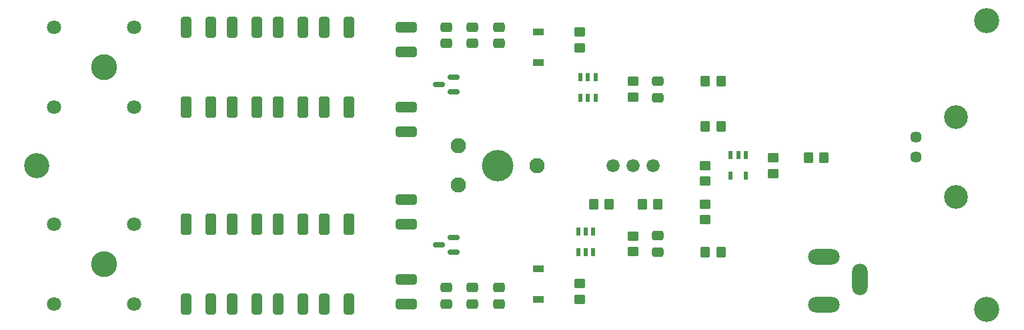
<source format=gbr>
%TF.GenerationSoftware,KiCad,Pcbnew,(7.0.0)*%
%TF.CreationDate,2023-07-09T18:50:50+02:00*%
%TF.ProjectId,Differential_Probe,44696666-6572-4656-9e74-69616c5f5072,rev?*%
%TF.SameCoordinates,Original*%
%TF.FileFunction,Soldermask,Top*%
%TF.FilePolarity,Negative*%
%FSLAX46Y46*%
G04 Gerber Fmt 4.6, Leading zero omitted, Abs format (unit mm)*
G04 Created by KiCad (PCBNEW (7.0.0)) date 2023-07-09 18:50:50*
%MOMM*%
%LPD*%
G01*
G04 APERTURE LIST*
G04 Aperture macros list*
%AMRoundRect*
0 Rectangle with rounded corners*
0 $1 Rounding radius*
0 $2 $3 $4 $5 $6 $7 $8 $9 X,Y pos of 4 corners*
0 Add a 4 corners polygon primitive as box body*
4,1,4,$2,$3,$4,$5,$6,$7,$8,$9,$2,$3,0*
0 Add four circle primitives for the rounded corners*
1,1,$1+$1,$2,$3*
1,1,$1+$1,$4,$5*
1,1,$1+$1,$6,$7*
1,1,$1+$1,$8,$9*
0 Add four rect primitives between the rounded corners*
20,1,$1+$1,$2,$3,$4,$5,0*
20,1,$1+$1,$4,$5,$6,$7,0*
20,1,$1+$1,$6,$7,$8,$9,0*
20,1,$1+$1,$8,$9,$2,$3,0*%
G04 Aperture macros list end*
%ADD10RoundRect,0.250000X-1.075000X0.400000X-1.075000X-0.400000X1.075000X-0.400000X1.075000X0.400000X0*%
%ADD11RoundRect,0.250000X-0.475000X0.337500X-0.475000X-0.337500X0.475000X-0.337500X0.475000X0.337500X0*%
%ADD12RoundRect,0.250000X-0.350000X-0.450000X0.350000X-0.450000X0.350000X0.450000X-0.350000X0.450000X0*%
%ADD13RoundRect,0.250000X-0.400000X-1.075000X0.400000X-1.075000X0.400000X1.075000X-0.400000X1.075000X0*%
%ADD14R,0.550000X1.050000*%
%ADD15O,4.000000X2.000000*%
%ADD16O,2.000000X4.000000*%
%ADD17RoundRect,0.250000X-0.412500X-1.100000X0.412500X-1.100000X0.412500X1.100000X-0.412500X1.100000X0*%
%ADD18RoundRect,0.250000X-0.450000X0.350000X-0.450000X-0.350000X0.450000X-0.350000X0.450000X0.350000X0*%
%ADD19C,4.000000*%
%ADD20C,1.950000*%
%ADD21C,3.200000*%
%ADD22RoundRect,0.150000X0.587500X0.150000X-0.587500X0.150000X-0.587500X-0.150000X0.587500X-0.150000X0*%
%ADD23R,1.400000X0.850000*%
%ADD24C,1.800000*%
%ADD25C,3.300000*%
%ADD26C,1.446000*%
%ADD27C,3.015000*%
%ADD28RoundRect,0.250000X0.350000X0.450000X-0.350000X0.450000X-0.350000X-0.450000X0.350000X-0.450000X0*%
%ADD29RoundRect,0.250000X0.450000X-0.350000X0.450000X0.350000X-0.450000X0.350000X-0.450000X-0.350000X0*%
%ADD30C,1.676400*%
G04 APERTURE END LIST*
D10*
%TO.C,R6*%
X151600000Y-82460000D03*
X151600000Y-85560000D03*
%TD*%
D11*
%TO.C,C10*%
X160000000Y-72300000D03*
X160000000Y-74375000D03*
%TD*%
D12*
%TO.C,R27*%
X202650000Y-88900000D03*
X204650000Y-88900000D03*
%TD*%
D13*
%TO.C,R12*%
X141200000Y-107502150D03*
X144300000Y-107502150D03*
%TD*%
D10*
%TO.C,R5*%
X151600000Y-72300000D03*
X151600000Y-75400000D03*
%TD*%
D14*
%TO.C,IC3*%
X194699999Y-88599999D03*
X193749999Y-88599999D03*
X192799999Y-88599999D03*
X192799999Y-91199999D03*
X194699999Y-91199999D03*
%TD*%
D11*
%TO.C,C12*%
X156700000Y-105427150D03*
X156700000Y-107502150D03*
%TD*%
D15*
%TO.C,J4*%
X204599999Y-101549999D03*
D16*
X209199999Y-104349999D03*
D15*
X204599999Y-107649999D03*
%TD*%
D14*
%TO.C,IC1*%
X175624999Y-78674999D03*
X174674999Y-78674999D03*
X173724999Y-78674999D03*
X173724999Y-81274999D03*
X174674999Y-81274999D03*
X175624999Y-81274999D03*
%TD*%
D13*
%TO.C,R2*%
X129533333Y-72300000D03*
X132633333Y-72300000D03*
%TD*%
D17*
%TO.C,C7*%
X135354166Y-97342150D03*
X138479166Y-97342150D03*
%TD*%
D18*
%TO.C,R18*%
X189550000Y-89900000D03*
X189550000Y-91900000D03*
%TD*%
%TO.C,R16*%
X180400000Y-98850000D03*
X180400000Y-100850000D03*
%TD*%
D19*
%TO.C,RV1*%
X163200000Y-89900000D03*
D20*
X158200000Y-87400000D03*
X168200000Y-89900000D03*
X158200000Y-92400000D03*
%TD*%
D21*
%TO.C,M3*%
X225300000Y-71425000D03*
%TD*%
D17*
%TO.C,C3*%
X135354166Y-82460000D03*
X138479166Y-82460000D03*
%TD*%
D11*
%TO.C,C9*%
X156700000Y-72300000D03*
X156700000Y-74375000D03*
%TD*%
%TO.C,C13*%
X160000000Y-105427150D03*
X160000000Y-107502150D03*
%TD*%
D22*
%TO.C,D2*%
X157637500Y-100950000D03*
X157637500Y-99050000D03*
X155762500Y-100000000D03*
%TD*%
D23*
%TO.C,C15*%
X168349999Y-72907499D03*
X168349999Y-76807499D03*
%TD*%
D13*
%TO.C,R9*%
X123700000Y-107502150D03*
X126800000Y-107502150D03*
%TD*%
D22*
%TO.C,D1*%
X157637500Y-80550000D03*
X157637500Y-78650000D03*
X155762500Y-79600000D03*
%TD*%
D24*
%TO.C,J2*%
X106890000Y-72300000D03*
X117050000Y-72300000D03*
X106890000Y-82460000D03*
X117050000Y-82460000D03*
D25*
X113250000Y-77380000D03*
%TD*%
D10*
%TO.C,R8*%
X151600000Y-104402150D03*
X151600000Y-107502150D03*
%TD*%
D24*
%TO.C,J3*%
X106890000Y-97342150D03*
X117050000Y-97342150D03*
X106890000Y-107502150D03*
X117050000Y-107502150D03*
D25*
X113250000Y-102422150D03*
%TD*%
D12*
%TO.C,R21*%
X189550000Y-79162500D03*
X191550000Y-79162500D03*
%TD*%
D26*
%TO.C,J1*%
X216300000Y-88800000D03*
X216300000Y-86260000D03*
D27*
X221380000Y-83720000D03*
X221380000Y-93880000D03*
%TD*%
D18*
%TO.C,R24*%
X198200000Y-88900000D03*
X198200000Y-90900000D03*
%TD*%
D17*
%TO.C,C8*%
X141175000Y-97342150D03*
X144300000Y-97342150D03*
%TD*%
D13*
%TO.C,R3*%
X135366666Y-72300000D03*
X138466666Y-72300000D03*
%TD*%
D21*
%TO.C,M3*%
X225300000Y-108225000D03*
%TD*%
D11*
%TO.C,C14*%
X163400000Y-105427150D03*
X163400000Y-107502150D03*
%TD*%
%TO.C,C11*%
X163400000Y-72300000D03*
X163400000Y-74375000D03*
%TD*%
D10*
%TO.C,R7*%
X151600000Y-94242150D03*
X151600000Y-97342150D03*
%TD*%
D11*
%TO.C,C17*%
X183550000Y-79162500D03*
X183550000Y-81237500D03*
%TD*%
%TO.C,C18*%
X183550000Y-98812500D03*
X183550000Y-100887500D03*
%TD*%
D23*
%TO.C,C16*%
X168349999Y-102994649D03*
X168349999Y-106894649D03*
%TD*%
D21*
%TO.C,M3*%
X104750000Y-89899999D03*
%TD*%
D28*
%TO.C,R23*%
X191550000Y-84950000D03*
X189550000Y-84950000D03*
%TD*%
D18*
%TO.C,R13*%
X173650000Y-72907500D03*
X173650000Y-74907500D03*
%TD*%
D28*
%TO.C,R22*%
X191550000Y-100887500D03*
X189550000Y-100887500D03*
%TD*%
D17*
%TO.C,C6*%
X129520833Y-97342150D03*
X132645833Y-97342150D03*
%TD*%
%TO.C,C5*%
X123687500Y-97342150D03*
X126812500Y-97342150D03*
%TD*%
D12*
%TO.C,R17*%
X175369500Y-94800000D03*
X177369500Y-94800000D03*
%TD*%
D29*
%TO.C,R14*%
X173650000Y-106894650D03*
X173650000Y-104894650D03*
%TD*%
D18*
%TO.C,R15*%
X180400000Y-79200000D03*
X180400000Y-81200000D03*
%TD*%
D13*
%TO.C,R10*%
X129533333Y-107502150D03*
X132633333Y-107502150D03*
%TD*%
D30*
%TO.C,S1*%
X182940000Y-89900000D03*
X180400000Y-89900000D03*
X177860000Y-89900000D03*
%TD*%
D17*
%TO.C,C1*%
X123687500Y-82460000D03*
X126812500Y-82460000D03*
%TD*%
%TO.C,C4*%
X141175000Y-82460000D03*
X144300000Y-82460000D03*
%TD*%
D13*
%TO.C,R4*%
X141200000Y-72300000D03*
X144300000Y-72300000D03*
%TD*%
D18*
%TO.C,R19*%
X189550000Y-94800000D03*
X189550000Y-96800000D03*
%TD*%
D12*
%TO.C,R20*%
X181550000Y-94800000D03*
X183550000Y-94800000D03*
%TD*%
D17*
%TO.C,C2*%
X129520833Y-82460000D03*
X132645833Y-82460000D03*
%TD*%
D14*
%TO.C,IC2*%
X173449999Y-100924999D03*
X174399999Y-100924999D03*
X175349999Y-100924999D03*
X175349999Y-98324999D03*
X174399999Y-98324999D03*
X173449999Y-98324999D03*
%TD*%
D13*
%TO.C,R1*%
X123700000Y-72300000D03*
X126800000Y-72300000D03*
%TD*%
%TO.C,R11*%
X135366666Y-107502150D03*
X138466666Y-107502150D03*
%TD*%
M02*

</source>
